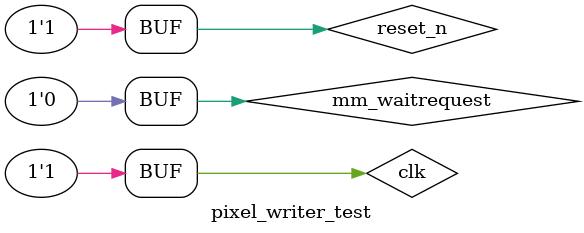
<source format=sv>
`timescale 1ns/100ps

module pixel_writer_test;

    logic        clk;
    logic        reset_n;
    logic [19:0] mm_address;
    logic        mm_write;
    logic [15:0] mm_writedata;
    logic        mm_waitrequest;

    pixel_writer u0(
        .clk,
        .reset_n,

        .mm_address,
        .mm_write,
        .mm_writedata,
        .mm_waitrequest
    );

    initial begin
           clk = 0; reset_n = 0; mm_waitrequest = 0;
        #5 clk = 1;
        #5 clk = 0; reset_n = 1;
        #5 clk = 1;
        #5 clk = 0; mm_waitrequest = 0;
        #5 clk = 1;
        #5 clk = 0; mm_waitrequest = 0;
        #5 clk = 1;
        #5 clk = 0; mm_waitrequest = 1;
        #5 clk = 1;
        #5 clk = 0; mm_waitrequest = 1;
        #5 clk = 1;
        #5 clk = 0; mm_waitrequest = 1;
        #5 clk = 1;
        #5 clk = 0; mm_waitrequest = 0;
        #5 clk = 1;
        #5 clk = 0; mm_waitrequest = 0;
        #5 clk = 1;
        #5 clk = 0; mm_waitrequest = 0;
        #5 clk = 1;
        #5 clk = 0; mm_waitrequest = 0;
        #5 clk = 1;
    end

endmodule

</source>
